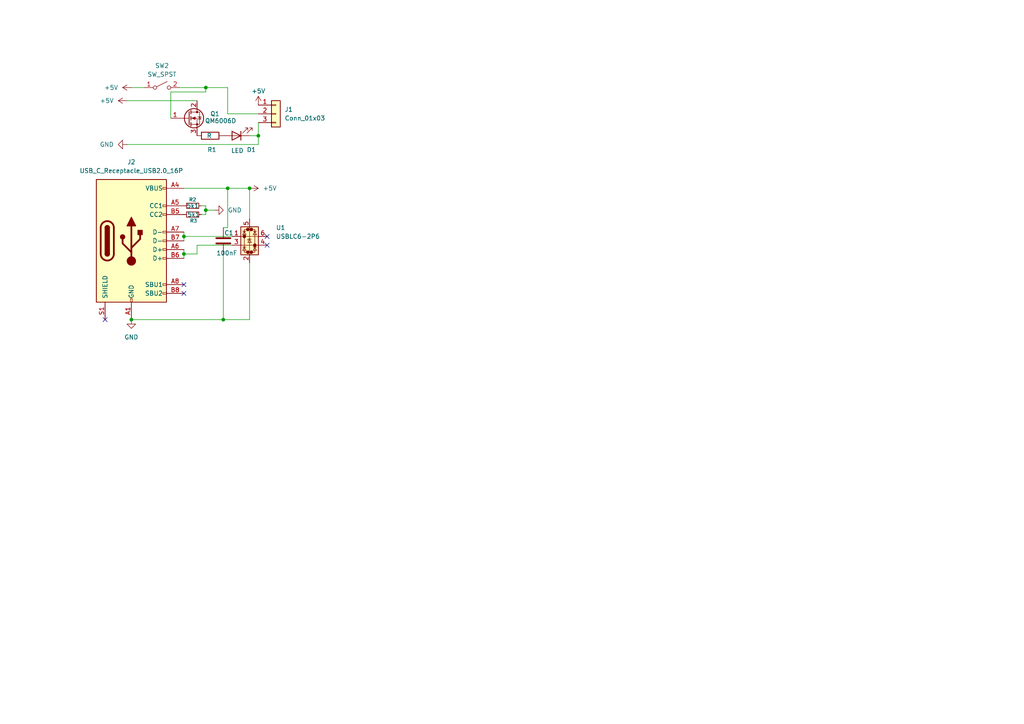
<source format=kicad_sch>
(kicad_sch (version 20250114) (generator "eeschema") (generator_version "9.0")
  (paper "A4")
  (lib_symbols
    (symbol "Connector:USB_C_Receptacle_USB2.0_16P" (pin_names (offset 1.016))
      (property "Reference" "J" (at 0 22.225 0))
      (property "Value" "USB_C_Receptacle_USB2.0_16P" (at 0 19.685 0))
      (symbol "USB_C_Receptacle_USB2.0_16P_0_0"
        (rectangle (start -0.254 -17.78) (end 0.254 -16.764))
        (rectangle (start 10.16 15.494) (end 9.144 14.986))
        (rectangle (start 10.16 10.414) (end 9.144 9.906))
        (rectangle (start 10.16 7.874) (end 9.144 7.366))
        (rectangle (start 10.16 2.794) (end 9.144 2.286))
        (rectangle (start 10.16 0.254) (end 9.144 -0.254))
        (rectangle (start 10.16 -2.286) (end 9.144 -2.794))
        (rectangle (start 10.16 -4.826) (end 9.144 -5.334))
        (rectangle (start 10.16 -12.446) (end 9.144 -12.954))
        (rectangle (start 10.16 -14.986) (end 9.144 -15.494))
      )
      (symbol "USB_C_Receptacle_USB2.0_16P_0_1"
        (rectangle (start -10.16 17.78) (end 10.16 -17.78) (stroke (width 0.254)) (fill (type background)))
        (polyline (pts (xy -8.89 -3.81) (xy -8.89 3.81)) (stroke (width 0.508)))
        (rectangle (start -7.62 -3.81) (end -6.35 3.81) (stroke (width 0.254)) (fill (type outline)))
        (arc (start -7.62 3.81) (mid -6.985 4.4423) (end -6.35 3.81) (stroke (width 0.254)))
        (arc (start -7.62 3.81) (mid -6.985 4.4423) (end -6.35 3.81) (stroke (width 0.254)) (fill (type outline)))
        (arc (start -8.89 3.81) (mid -6.985 5.7067) (end -5.08 3.81) (stroke (width 0.508)))
        (arc (start -5.08 -3.81) (mid -6.985 -5.7067) (end -8.89 -3.81) (stroke (width 0.508)))
        (arc (start -6.35 -3.81) (mid -6.985 -4.4423) (end -7.62 -3.81) (stroke (width 0.254)))
        (arc (start -6.35 -3.81) (mid -6.985 -4.4423) (end -7.62 -3.81) (stroke (width 0.254)) (fill (type outline)))
        (polyline (pts (xy -5.08 3.81) (xy -5.08 -3.81)) (stroke (width 0.508)))
        (circle (center -2.54 1.143) (radius 0.635) (stroke (width 0.254)) (fill (type outline)))
        (polyline (pts (xy -1.27 4.318) (xy 0 6.858) (xy 1.27 4.318) (xy -1.27 4.318)) (stroke (width 0.254)) (fill (type outline)))
        (polyline (pts (xy 0 -2.032) (xy 2.54 0.508) (xy 2.54 1.778)) (stroke (width 0.508)))
        (polyline (pts (xy 0 -3.302) (xy -2.54 -0.762) (xy -2.54 0.508)) (stroke (width 0.508)))
        (polyline (pts (xy 0 -5.842) (xy 0 4.318)) (stroke (width 0.508)))
        (circle (center 0 -5.842) (radius 1.27) (fill (type outline)))
        (rectangle (start 1.905 1.778) (end 3.175 3.048) (stroke (width 0.254)) (fill (type outline)))
      )
      (symbol "USB_C_Receptacle_USB2.0_16P_1_1"
        (pin passive line (at -7.62 -22.86 90) (length 5.08) (name "SHIELD") (number "S1"))
        (pin passive line (at 0 -22.86 90) (length 5.08) (name "GND") (number "A1"))
        (pin passive line (at 0 -22.86 90) (length 5.08) (hide yes) (name "GND") (number "A12"))
        (pin passive line (at 0 -22.86 90) (length 5.08) (hide yes) (name "GND") (number "B1"))
        (pin passive line (at 0 -22.86 90) (length 5.08) (hide yes) (name "GND") (number "B12"))
        (pin passive line (at 15.24 15.24 180) (length 5.08) (name "VBUS") (number "A4"))
        (pin passive line (at 15.24 15.24 180) (length 5.08) (hide yes) (name "VBUS") (number "A9"))
        (pin passive line (at 15.24 15.24 180) (length 5.08) (hide yes) (name "VBUS") (number "B4"))
        (pin passive line (at 15.24 15.24 180) (length 5.08) (hide yes) (name "VBUS") (number "B9"))
        (pin bidirectional line (at 15.24 10.16 180) (length 5.08) (name "CC1") (number "A5"))
        (pin bidirectional line (at 15.24 7.62 180) (length 5.08) (name "CC2") (number "B5"))
        (pin bidirectional line (at 15.24 2.54 180) (length 5.08) (name "D-") (number "A7"))
        (pin bidirectional line (at 15.24 0 180) (length 5.08) (name "D-") (number "B7"))
        (pin bidirectional line (at 15.24 -2.54 180) (length 5.08) (name "D+") (number "A6"))
        (pin bidirectional line (at 15.24 -5.08 180) (length 5.08) (name "D+") (number "B6"))
        (pin bidirectional line (at 15.24 -12.7 180) (length 5.08) (name "SBU1") (number "A8"))
        (pin bidirectional line (at 15.24 -15.24 180) (length 5.08) (name "SBU2") (number "B8"))
      )
    )
    (symbol "Connector_Generic:Conn_01x03" (pin_names (offset 1.016) (hide yes))
      (property "Reference" "J" (at 0 5.08 0))
      (property "Value" "Conn_01x03" (at 0 -5.08 0))
      (symbol "Conn_01x03_1_1"
        (rectangle (start -1.27 3.81) (end 1.27 -3.81) (stroke (width 0.254)) (fill (type background)))
        (rectangle (start -1.27 2.667) (end 0 2.413) (stroke (width 0.1524)))
        (rectangle (start -1.27 0.127) (end 0 -0.127) (stroke (width 0.1524)))
        (rectangle (start -1.27 -2.413) (end 0 -2.667) (stroke (width 0.1524)))
        (pin passive line (at -5.08 2.54 0) (length 3.81) (name "Pin_1") (number "1"))
        (pin passive line (at -5.08 0 0) (length 3.81) (name "Pin_2") (number "2"))
        (pin passive line (at -5.08 -2.54 0) (length 3.81) (name "Pin_3") (number "3"))
      )
    )
    (symbol "Device:C" (pin_numbers (hide yes)) (pin_names (offset 0.254))
      (property "Reference" "C" (at 0.635 2.54 0))
      (property "Value" "C" (at 0.635 -2.54 0))
      (symbol "C_0_1"
        (polyline (pts (xy -2.032 0.762) (xy 2.032 0.762)) (stroke (width 0.508)))
        (polyline (pts (xy -2.032 -0.762) (xy 2.032 -0.762)) (stroke (width 0.508)))
      )
      (symbol "C_1_1"
        (pin passive line (at 0 3.81 270) (length 2.794) (name "~") (number "1"))
        (pin passive line (at 0 -3.81 90) (length 2.794) (name "~") (number "2"))
      )
    )
    (symbol "Device:LED" (pin_numbers (hide yes)) (pin_names (offset 1.016) (hide yes))
      (property "Reference" "D" (at 0 2.54 0))
      (property "Value" "LED" (at 0 -2.54 0))
      (symbol "LED_0_1"
        (polyline (pts (xy -3.048 -0.762) (xy -4.572 -2.286) (xy -3.81 -2.286) (xy -4.572 -2.286) (xy -4.572 -1.524)))
        (polyline (pts (xy -1.778 -0.762) (xy -3.302 -2.286) (xy -2.54 -2.286) (xy -3.302 -2.286) (xy -3.302 -1.524)))
        (polyline (pts (xy -1.27 0) (xy 1.27 0)))
        (polyline (pts (xy -1.27 -1.27) (xy -1.27 1.27)) (stroke (width 0.254)))
        (polyline (pts (xy 1.27 -1.27) (xy 1.27 1.27) (xy -1.27 0) (xy 1.27 -1.27)) (stroke (width 0.254)))
      )
      (symbol "LED_1_1"
        (pin passive line (at -3.81 0 0) (length 2.54) (name "K") (number "1"))
        (pin passive line (at 3.81 0 180) (length 2.54) (name "A") (number "2"))
      )
    )
    (symbol "Device:R" (pin_numbers (hide yes)) (pin_names (offset 0))
      (property "Reference" "R" (at 2.032 0 90))
      (property "Value" "R" (at 0 0 90))
      (symbol "R_0_1"
        (rectangle (start -1.016 -2.54) (end 1.016 2.54) (stroke (width 0.254)))
      )
      (symbol "R_1_1"
        (pin passive line (at 0 3.81 270) (length 1.27) (name "~") (number "1"))
        (pin passive line (at 0 -3.81 90) (length 1.27) (name "~") (number "2"))
      )
    )
    (symbol "Device:R_Small" (pin_numbers (hide yes)) (pin_names (offset 0.254) (hide yes))
      (property "Reference" "R" (at 0 0 90))
      (property "Value" "R_Small" (at 1.778 0 90))
      (symbol "R_Small_0_1"
        (rectangle (start -0.762 1.778) (end 0.762 -1.778) (stroke (width 0.2032)))
      )
      (symbol "R_Small_1_1"
        (pin passive line (at 0 2.54 270) (length 0.762) (name "~") (number "1"))
        (pin passive line (at 0 -2.54 90) (length 0.762) (name "~") (number "2"))
      )
    )
    (symbol "Power_Protection:USBLC6-2P6" (pin_names (hide yes))
      (property "Reference" "U" (at 0.635 5.715 0))
      (property "Value" "USBLC6-2P6" (at 0.635 3.81 0))
      (symbol "USBLC6-2P6_0_0"
        (circle (center -1.524 0) (radius 0.0001) (stroke (width 0.508)))
        (circle (center -0.508 2.032) (radius 0.0001) (stroke (width 0.508)))
        (circle (center -0.508 -4.572) (radius 0.0001) (stroke (width 0.508)))
        (circle (center 0.508 2.032) (radius 0.0001) (stroke (width 0.508)))
        (circle (center 0.508 -4.572) (radius 0.0001) (stroke (width 0.508)))
        (circle (center 1.524 -2.54) (radius 0.0001) (stroke (width 0.508)))
      )
      (symbol "USBLC6-2P6_0_1"
        (polyline (pts (xy -2.54 0) (xy 2.54 0)))
        (polyline (pts (xy -2.54 -2.54) (xy 2.54 -2.54)))
        (polyline (pts (xy -2.032 0.508) (xy -1.016 0.508) (xy -1.524 1.524) (xy -2.032 0.508)))
        (polyline (pts (xy -2.032 -3.048) (xy -1.016 -3.048)))
        (polyline (pts (xy -1.016 1.524) (xy -2.032 1.524)))
        (polyline (pts (xy -1.016 -4.064) (xy -2.032 -4.064) (xy -1.524 -3.048) (xy -1.016 -4.064)))
        (polyline (pts (xy -0.508 -1.143) (xy -0.508 -0.762) (xy 0.508 -0.762)))
        (polyline (pts (xy 0 2.54) (xy -0.508 2.032) (xy 0.508 2.032) (xy 0 1.524) (xy 0 -4.064) (xy -0.508 -4.572) (xy 0.508 -4.572) (xy 0 -5.08)))
        (polyline (pts (xy 0.508 -1.778) (xy -0.508 -1.778) (xy 0 -0.762) (xy 0.508 -1.778)))
        (polyline (pts (xy 1.016 1.524) (xy 2.032 1.524)))
        (polyline (pts (xy 1.016 -3.048) (xy 2.032 -3.048)))
        (polyline (pts (xy 2.032 0.508) (xy 1.016 0.508) (xy 1.524 1.524) (xy 2.032 0.508)))
        (polyline (pts (xy 2.032 -4.064) (xy 1.016 -4.064) (xy 1.524 -3.048) (xy 2.032 -4.064)))
      )
      (symbol "USBLC6-2P6_1_1"
        (rectangle (start -2.54 2.794) (end 2.54 -5.334) (stroke (width 0.254)) (fill (type background)))
        (polyline (pts (xy -0.508 2.032) (xy -1.524 2.032) (xy -1.524 -4.572) (xy -0.508 -4.572)))
        (polyline (pts (xy 0.508 -4.572) (xy 1.524 -4.572) (xy 1.524 2.032) (xy 0.508 2.032)))
        (pin passive line (at -5.08 0 0) (length 2.54) (name "I/O1") (number "1"))
        (pin passive line (at -5.08 -2.54 0) (length 2.54) (name "I/O2") (number "3"))
        (pin passive line (at 0 5.08 270) (length 2.54) (name "VBUS") (number "5"))
        (pin passive line (at 0 -7.62 90) (length 2.54) (name "GND") (number "2"))
        (pin passive line (at 5.08 0 180) (length 2.54) (name "I/O1") (number "6"))
        (pin passive line (at 5.08 -2.54 180) (length 2.54) (name "I/O2") (number "4"))
      )
    )
    (symbol "Switch:SW_SPST" (pin_names (offset 0) (hide yes))
      (property "Reference" "SW" (at 0 3.175 0))
      (property "Value" "SW_SPST" (at 0 -2.54 0))
      (symbol "SW_SPST_0_0"
        (circle (center -2.032 0) (radius 0.508))
        (polyline (pts (xy -1.524 0.254) (xy 1.524 1.778)))
        (circle (center 2.032 0) (radius 0.508))
      )
      (symbol "SW_SPST_1_1"
        (pin passive line (at -5.08 0 0) (length 2.54) (name "A") (number "1"))
        (pin passive line (at 5.08 0 180) (length 2.54) (name "B") (number "2"))
      )
    )
    (symbol "Transistor_FET:QM6006D" (pin_names (hide yes))
      (property "Reference" "Q" (at 5.08 1.905 0))
      (property "Value" "QM6006D" (at 5.08 0 0))
      (symbol "QM6006D_0_1"
        (polyline (pts (xy 0.254 1.905) (xy 0.254 -1.905)) (stroke (width 0.254)))
        (polyline (pts (xy 0.254 0) (xy -2.54 0)))
        (polyline (pts (xy 0.762 2.286) (xy 0.762 1.27)) (stroke (width 0.254)))
        (polyline (pts (xy 0.762 0.508) (xy 0.762 -0.508)) (stroke (width 0.254)))
        (polyline (pts (xy 0.762 -1.27) (xy 0.762 -2.286)) (stroke (width 0.254)))
        (polyline (pts (xy 0.762 -1.778) (xy 3.302 -1.778) (xy 3.302 1.778) (xy 0.762 1.778)))
        (polyline (pts (xy 1.016 0) (xy 2.032 0.381) (xy 2.032 -0.381) (xy 1.016 0)) (fill (type outline)))
        (circle (center 1.651 0) (radius 2.794) (stroke (width 0.254)))
        (polyline (pts (xy 2.54 2.54) (xy 2.54 1.778)))
        (circle (center 2.54 1.778) (radius 0.254) (fill (type outline)))
        (circle (center 2.54 -1.778) (radius 0.254) (fill (type outline)))
        (polyline (pts (xy 2.54 -2.54) (xy 2.54 0) (xy 0.762 0)))
        (polyline (pts (xy 2.794 0.508) (xy 2.921 0.381) (xy 3.683 0.381) (xy 3.81 0.254)))
        (polyline (pts (xy 3.302 0.381) (xy 2.921 -0.254) (xy 3.683 -0.254) (xy 3.302 0.381)))
      )
      (symbol "QM6006D_1_1"
        (pin input line (at -5.08 0 0) (length 2.54) (name "G") (number "1"))
        (pin passive line (at 2.54 5.08 270) (length 2.54) (name "D") (number "2"))
        (pin passive line (at 2.54 -5.08 90) (length 2.54) (name "S") (number "3"))
      )
    )
    (symbol "power:+5V" (power) (pin_numbers (hide yes)) (pin_names (offset 0) (hide yes))
      (property "Value" "+5V" (at 0 3.556 0))
      (symbol "+5V_0_1"
        (polyline (pts (xy -0.762 1.27) (xy 0 2.54)))
        (polyline (pts (xy 0 2.54) (xy 0.762 1.27)))
        (polyline (pts (xy 0 0) (xy 0 2.54)))
      )
      (symbol "+5V_1_1"
        (pin power_in line (at 0 0 90) (length 0) (name "~") (number "1"))
      )
    )
    (symbol "power:GND" (power) (pin_numbers (hide yes)) (pin_names (offset 0) (hide yes))
      (property "Value" "GND" (at 0 -3.81 0))
      (symbol "GND_0_1"
        (polyline (pts (xy 0 0) (xy 0 -1.27) (xy 1.27 -1.27) (xy 0 -2.54) (xy -1.27 -1.27) (xy 0 -1.27)))
      )
      (symbol "GND_1_1"
        (pin power_in line (at 0 0 270) (length 0) (name "~") (number "1"))
      )
    )
  )
  (junction (at 74.93 39.37))
  (junction (at 64.77 92.71))
  (junction (at 53.34 68.58))
  (junction (at 66.04 54.61))
  (junction (at 53.34 73.66))
  (junction (at 59.69 25.4))
  (junction (at 38.1 92.71))
  (junction (at 59.69 60.96))
  (junction (at 72.39 54.61))
  (no_connect (at 53.34 85.09))
  (no_connect (at 77.47 71.12))
  (no_connect (at 30.48 92.71))
  (no_connect (at 53.34 82.55))
  (no_connect (at 77.47 68.58))
  (wire (pts (xy 59.69 25.4) (xy 59.69 26.67)))
  (wire (pts (xy 74.93 39.37) (xy 74.93 41.91)))
  (wire (pts (xy 74.93 33.02) (xy 66.04 33.02)))
  (wire (pts (xy 66.04 25.4) (xy 59.69 25.4)))
  (wire (pts (xy 72.39 54.61) (xy 72.39 63.5)))
  (wire (pts (xy 74.93 35.56) (xy 74.93 39.37)))
  (wire (pts (xy 64.77 66.04) (xy 66.04 66.04)))
  (wire (pts (xy 58.42 59.69) (xy 59.69 59.69)))
  (wire (pts (xy 59.69 60.96) (xy 59.69 62.23)))
  (wire (pts (xy 59.69 26.67) (xy 49.53 26.67)))
  (wire (pts (xy 53.34 72.39) (xy 53.34 73.66)))
  (wire (pts (xy 66.04 54.61) (xy 72.39 54.61)))
  (wire (pts (xy 49.53 26.67) (xy 49.53 34.29)))
  (wire (pts (xy 59.69 59.69) (xy 59.69 60.96)))
  (wire (pts (xy 66.04 54.61) (xy 66.04 66.04)))
  (wire (pts (xy 36.83 41.91) (xy 74.93 41.91)))
  (wire (pts (xy 53.34 68.58) (xy 67.31 68.58)))
  (wire (pts (xy 59.69 62.23) (xy 58.42 62.23)))
  (wire (pts (xy 53.34 54.61) (xy 66.04 54.61)))
  (wire (pts (xy 38.1 25.4) (xy 41.91 25.4)))
  (wire (pts (xy 36.83 29.21) (xy 57.15 29.21)))
  (wire (pts (xy 53.34 68.58) (xy 53.34 69.85)))
  (wire (pts (xy 72.39 39.37) (xy 74.93 39.37)))
  (wire (pts (xy 64.77 73.66) (xy 64.77 92.71)))
  (wire (pts (xy 67.31 71.12) (xy 57.15 71.12)))
  (wire (pts (xy 52.07 25.4) (xy 59.69 25.4)))
  (wire (pts (xy 72.39 76.2) (xy 72.39 92.71)))
  (wire (pts (xy 57.15 71.12) (xy 57.15 73.66)))
  (wire (pts (xy 64.77 92.71) (xy 38.1 92.71)))
  (wire (pts (xy 53.34 73.66) (xy 53.34 74.93)))
  (wire (pts (xy 57.15 73.66) (xy 53.34 73.66)))
  (wire (pts (xy 66.04 33.02) (xy 66.04 25.4)))
  (wire (pts (xy 53.34 67.31) (xy 53.34 68.58)))
  (wire (pts (xy 59.69 60.96) (xy 62.23 60.96)))
  (wire (pts (xy 72.39 92.71) (xy 64.77 92.71)))
  (symbol (lib_id "Device:R_Small") (at 55.88 59.69 90) (unit 1)
    (property "Reference" "R2" (at 55.88 57.912 90) (effects (font (size 1.016 1.016))))
    (property "Value" "5k1" (at 55.88 59.69 90))
    (property "Description" "Resistor, small symbol" (effects (hide yes)))
  )
  (symbol (lib_id "power:GND") (at 38.1 92.71 0) (unit 1)
    (property "Reference" "#PWR04" (effects (hide yes)))
    (property "Value" "GND" (at 38.1 97.79 0))
    (property "Description" "Power symbol creates a global label with name \"GND\" , ground" (effects (hide yes)))
  )
  (symbol (lib_id "Switch:SW_SPST") (at 46.99 25.4 0) (unit 1)
    (property "Reference" "SW2" (at 46.99 19.05 0))
    (property "Value" "SW_SPST" (at 46.99 21.59 0))
    (property "Description" "Single Pole Single Throw (SPST) switch" (effects (hide yes)))
  )
  (symbol (lib_id "Device:LED") (at 68.58 39.37 180) (unit 1)
    (property "Reference" "D1" (at 72.898 43.434 0))
    (property "Value" "LED" (at 68.834 43.688 0))
    (property "Footprint" "LED_SMD:LED_1206_3216Metric" (effects (hide yes)))
    (property "Description" "Light emitting diode" (effects (hide yes)))
    (property "Sim.Pins" "1=K 2=A" (effects (hide yes)))
  )
  (symbol (lib_id "power:+5V") (at 36.83 29.21 90) (unit 1)
    (property "Reference" "#PWR07" (effects (hide yes)))
    (property "Value" "+5V" (at 33.02 29.2099 90) (effects (justify left)))
    (property "Description" "Power symbol creates a global label with name \"+5V\"" (effects (hide yes)))
  )
  (symbol (lib_id "power:+5V") (at 38.1 25.4 90) (unit 1)
    (property "Reference" "#PWR01" (effects (hide yes)))
    (property "Value" "+5V" (at 34.29 25.3999 90) (effects (justify left)))
    (property "Description" "Power symbol creates a global label with name \"+5V\"" (effects (hide yes)))
  )
  (symbol (lib_id "power:+5V") (at 74.93 30.48 0) (unit 1)
    (property "Reference" "#PWR03" (effects (hide yes)))
    (property "Value" "+5V" (at 72.898 26.416 0) (effects (justify left)))
    (property "Description" "Power symbol creates a global label with name \"+5V\"" (effects (hide yes)))
  )
  (symbol (lib_id "Power_Protection:USBLC6-2P6") (at 72.39 68.58 0) (unit 1)
    (property "Reference" "U1" (at 80.01 66.04 0) (effects (justify left)))
    (property "Value" "USBLC6-2P6" (at 80.01 68.58 0) (effects (justify left)))
    (property "Footprint" "Package_TO_SOT_SMD:SOT-666" (effects (hide yes)))
    (property "Datasheet" "https://www.st.com/resource/en/datasheet/usblc6-2.pdf" (effects (hide yes)))
    (property "Description" "Very low capacitance ESD protection diode, 2 data-line, SOT-666" (effects (hide yes)))
  )
  (symbol (lib_id "power:+5V") (at 72.39 54.61 270) (unit 1)
    (property "Reference" "#PWR06" (effects (hide yes)))
    (property "Value" "+5V" (at 76.2 54.6099 90) (effects (justify left)))
    (property "Description" "Power symbol creates a global label with name \"+5V\"" (effects (hide yes)))
  )
  (symbol (lib_id "Transistor_FET:QM6006D") (at 54.61 34.29 0) (unit 1)
    (property "Reference" "Q1" (at 60.96 33.0199 0) (effects (justify left)))
    (property "Value" "QM6006D" (at 59.436 35.052 0) (effects (justify left)))
    (property "Footprint" "Package_TO_SOT_SMD:TO-252-2" (effects (hide yes)))
    (property "Datasheet" "http://www.jaolen.com/images/pdf/QM6006D.pdf" (effects (hide yes)))
    (property "Description" "35A Id, 60V Vds, N-Channel Power MOSFET, 18mOhm Ron, 19.3nC Qg (typ), TO252" (effects (hide yes)))
  )
  (symbol (lib_id "Connector:USB_C_Receptacle_USB2.0_16P") (at 38.1 69.85 0) (unit 1)
    (property "Reference" "J2" (at 38.1 46.99 0))
    (property "Value" "USB_C_Receptacle_USB2.0_16P" (at 38.1 49.53 0))
    (property "Datasheet" "https://www.usb.org/sites/default/files/documents/usb_type-c.zip" (effects (hide yes)))
    (property "Description" "USB 2.0-only 16P Type-C Receptacle connector" (effects (hide yes)))
  )
  (symbol (lib_id "power:GND") (at 62.23 60.96 90) (unit 1)
    (property "Reference" "#PWR05" (effects (hide yes)))
    (property "Value" "GND" (at 66.04 60.9599 90) (effects (justify right)))
    (property "Description" "Power symbol creates a global label with name \"GND\" , ground" (effects (hide yes)))
  )
  (symbol (lib_id "Connector_Generic:Conn_01x03") (at 80.01 33.02 0) (unit 1)
    (property "Reference" "J1" (at 82.55 31.7499 0) (effects (justify left)))
    (property "Value" "Conn_01x03" (at 82.55 34.2899 0) (effects (justify left)))
    (property "Description" "Generic connector, single row, 01x03, script generated (kicad-library-utils/schlib/autogen/connector/)" (effects (hide yes)))
  )
  (symbol (lib_id "Device:R") (at 60.96 39.37 90) (unit 1)
    (property "Reference" "R1" (at 61.468 43.434 90))
    (property "Value" "R" (at 60.706 39.37 90))
    (property "Footprint" "Resistor_SMD:R_1206_3216Metric" (effects (hide yes)))
    (property "Description" "Resistor" (effects (hide yes)))
  )
  (symbol (lib_id "Device:C") (at 64.77 69.85 0) (unit 1)
    (property "Reference" "C1" (at 65.024 67.564 0) (effects (justify left)))
    (property "Value" "100nF" (at 62.738 73.406 0) (effects (justify left)))
    (property "Description" "Unpolarized capacitor" (effects (hide yes)))
  )
  (symbol (lib_id "power:GND") (at 36.83 41.91 270) (unit 1)
    (property "Reference" "#PWR02" (effects (hide yes)))
    (property "Value" "GND" (at 33.02 41.9099 90) (effects (justify right)))
    (property "Description" "Power symbol creates a global label with name \"GND\" , ground" (effects (hide yes)))
  )
  (symbol (lib_id "Device:R_Small") (at 55.88 62.23 90) (unit 1)
    (property "Reference" "R3" (at 56.134 64.008 90) (effects (font (size 1.016 1.016))))
    (property "Value" "5k1" (at 56.134 62.23 90))
    (property "Description" "Resistor, small symbol" (effects (hide yes)))
  )
)
</source>
